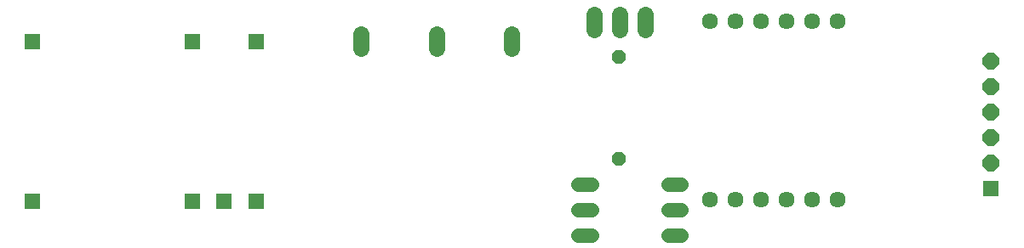
<source format=gbs>
G75*
G70*
%OFA0B0*%
%FSLAX24Y24*%
%IPPOS*%
%LPD*%
%AMOC8*
5,1,8,0,0,1.08239X$1,22.5*
%
%ADD10C,0.0634*%
%ADD11C,0.0560*%
%ADD12R,0.0640X0.0640*%
%ADD13OC8,0.0640*%
%ADD14C,0.0640*%
%ADD15OC8,0.0560*%
%ADD16C,0.0634*%
%ADD17R,0.0634X0.0634*%
D10*
X027486Y003215D03*
X028486Y003215D03*
X029486Y003215D03*
X030486Y003215D03*
X031486Y003215D03*
X032486Y003215D03*
X032486Y010215D03*
X031486Y010215D03*
X030486Y010215D03*
X029486Y010215D03*
X028486Y010215D03*
X027486Y010215D03*
D11*
X026359Y003824D02*
X025839Y003824D01*
X025839Y002824D02*
X026359Y002824D01*
X026359Y001824D02*
X025839Y001824D01*
X022839Y001824D02*
X022319Y001824D01*
X022319Y002824D02*
X022839Y002824D01*
X022839Y003824D02*
X022319Y003824D01*
D12*
X038477Y003646D03*
D13*
X038477Y004646D03*
X038477Y005646D03*
X038477Y006646D03*
X038477Y007646D03*
X038477Y008646D03*
D14*
X024958Y009888D02*
X024958Y010488D01*
X023958Y010488D02*
X023958Y009888D01*
X022958Y009888D02*
X022958Y010488D01*
D15*
X023898Y008818D03*
X023898Y004818D03*
D16*
X019724Y009131D02*
X019724Y009725D01*
X016771Y009725D02*
X016771Y009131D01*
X013818Y009131D02*
X013818Y009725D01*
D17*
X000948Y003148D03*
X007198Y003148D03*
X008448Y003148D03*
X009698Y003148D03*
X009698Y009398D03*
X007198Y009398D03*
X000948Y009398D03*
M02*

</source>
